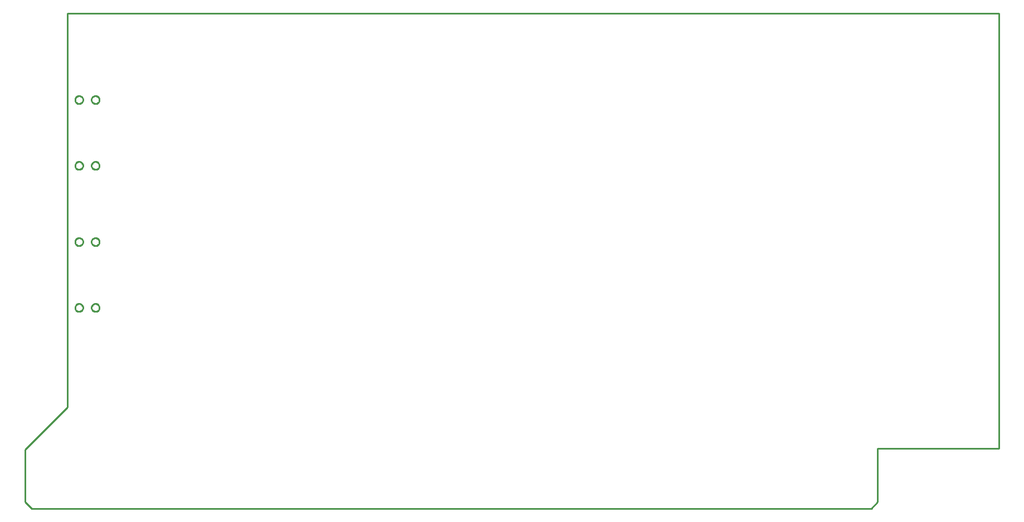
<source format=gko>
G04 EAGLE Gerber RS-274X export*
G75*
%MOMM*%
%FSLAX34Y34*%
%LPD*%
%INBoard Outline*%
%IPPOS*%
%AMOC8*
5,1,8,0,0,1.08239X$1,22.5*%
G01*
%ADD10C,0.000000*%
%ADD11C,0.254000*%


D10*
X17145Y0D02*
X1293495Y0D01*
X1303020Y10160D01*
X1303020Y91440D01*
X1487380Y91450D01*
X1487380Y753110D01*
X71323Y753110D01*
X71323Y154508D01*
X7620Y90170D01*
X7620Y10160D01*
X17145Y0D01*
X108300Y405600D02*
X108302Y405754D01*
X108308Y405909D01*
X108318Y406063D01*
X108332Y406217D01*
X108350Y406370D01*
X108371Y406523D01*
X108397Y406676D01*
X108427Y406827D01*
X108460Y406978D01*
X108498Y407128D01*
X108539Y407277D01*
X108584Y407425D01*
X108633Y407571D01*
X108686Y407717D01*
X108742Y407860D01*
X108802Y408003D01*
X108866Y408143D01*
X108933Y408283D01*
X109004Y408420D01*
X109078Y408555D01*
X109156Y408689D01*
X109237Y408820D01*
X109322Y408949D01*
X109410Y409077D01*
X109501Y409201D01*
X109595Y409324D01*
X109693Y409444D01*
X109793Y409561D01*
X109897Y409676D01*
X110003Y409788D01*
X110112Y409897D01*
X110224Y410003D01*
X110339Y410107D01*
X110456Y410207D01*
X110576Y410305D01*
X110699Y410399D01*
X110823Y410490D01*
X110951Y410578D01*
X111080Y410663D01*
X111211Y410744D01*
X111345Y410822D01*
X111480Y410896D01*
X111617Y410967D01*
X111757Y411034D01*
X111897Y411098D01*
X112040Y411158D01*
X112183Y411214D01*
X112329Y411267D01*
X112475Y411316D01*
X112623Y411361D01*
X112772Y411402D01*
X112922Y411440D01*
X113073Y411473D01*
X113224Y411503D01*
X113377Y411529D01*
X113530Y411550D01*
X113683Y411568D01*
X113837Y411582D01*
X113991Y411592D01*
X114146Y411598D01*
X114300Y411600D01*
X114454Y411598D01*
X114609Y411592D01*
X114763Y411582D01*
X114917Y411568D01*
X115070Y411550D01*
X115223Y411529D01*
X115376Y411503D01*
X115527Y411473D01*
X115678Y411440D01*
X115828Y411402D01*
X115977Y411361D01*
X116125Y411316D01*
X116271Y411267D01*
X116417Y411214D01*
X116560Y411158D01*
X116703Y411098D01*
X116843Y411034D01*
X116983Y410967D01*
X117120Y410896D01*
X117255Y410822D01*
X117389Y410744D01*
X117520Y410663D01*
X117649Y410578D01*
X117777Y410490D01*
X117901Y410399D01*
X118024Y410305D01*
X118144Y410207D01*
X118261Y410107D01*
X118376Y410003D01*
X118488Y409897D01*
X118597Y409788D01*
X118703Y409676D01*
X118807Y409561D01*
X118907Y409444D01*
X119005Y409324D01*
X119099Y409201D01*
X119190Y409077D01*
X119278Y408949D01*
X119363Y408820D01*
X119444Y408689D01*
X119522Y408555D01*
X119596Y408420D01*
X119667Y408283D01*
X119734Y408143D01*
X119798Y408003D01*
X119858Y407860D01*
X119914Y407717D01*
X119967Y407571D01*
X120016Y407425D01*
X120061Y407277D01*
X120102Y407128D01*
X120140Y406978D01*
X120173Y406827D01*
X120203Y406676D01*
X120229Y406523D01*
X120250Y406370D01*
X120268Y406217D01*
X120282Y406063D01*
X120292Y405909D01*
X120298Y405754D01*
X120300Y405600D01*
X120298Y405446D01*
X120292Y405291D01*
X120282Y405137D01*
X120268Y404983D01*
X120250Y404830D01*
X120229Y404677D01*
X120203Y404524D01*
X120173Y404373D01*
X120140Y404222D01*
X120102Y404072D01*
X120061Y403923D01*
X120016Y403775D01*
X119967Y403629D01*
X119914Y403483D01*
X119858Y403340D01*
X119798Y403197D01*
X119734Y403057D01*
X119667Y402917D01*
X119596Y402780D01*
X119522Y402645D01*
X119444Y402511D01*
X119363Y402380D01*
X119278Y402251D01*
X119190Y402123D01*
X119099Y401999D01*
X119005Y401876D01*
X118907Y401756D01*
X118807Y401639D01*
X118703Y401524D01*
X118597Y401412D01*
X118488Y401303D01*
X118376Y401197D01*
X118261Y401093D01*
X118144Y400993D01*
X118024Y400895D01*
X117901Y400801D01*
X117777Y400710D01*
X117649Y400622D01*
X117520Y400537D01*
X117389Y400456D01*
X117255Y400378D01*
X117120Y400304D01*
X116983Y400233D01*
X116843Y400166D01*
X116703Y400102D01*
X116560Y400042D01*
X116417Y399986D01*
X116271Y399933D01*
X116125Y399884D01*
X115977Y399839D01*
X115828Y399798D01*
X115678Y399760D01*
X115527Y399727D01*
X115376Y399697D01*
X115223Y399671D01*
X115070Y399650D01*
X114917Y399632D01*
X114763Y399618D01*
X114609Y399608D01*
X114454Y399602D01*
X114300Y399600D01*
X114146Y399602D01*
X113991Y399608D01*
X113837Y399618D01*
X113683Y399632D01*
X113530Y399650D01*
X113377Y399671D01*
X113224Y399697D01*
X113073Y399727D01*
X112922Y399760D01*
X112772Y399798D01*
X112623Y399839D01*
X112475Y399884D01*
X112329Y399933D01*
X112183Y399986D01*
X112040Y400042D01*
X111897Y400102D01*
X111757Y400166D01*
X111617Y400233D01*
X111480Y400304D01*
X111345Y400378D01*
X111211Y400456D01*
X111080Y400537D01*
X110951Y400622D01*
X110823Y400710D01*
X110699Y400801D01*
X110576Y400895D01*
X110456Y400993D01*
X110339Y401093D01*
X110224Y401197D01*
X110112Y401303D01*
X110003Y401412D01*
X109897Y401524D01*
X109793Y401639D01*
X109693Y401756D01*
X109595Y401876D01*
X109501Y401999D01*
X109410Y402123D01*
X109322Y402251D01*
X109237Y402380D01*
X109156Y402511D01*
X109078Y402645D01*
X109004Y402780D01*
X108933Y402917D01*
X108866Y403057D01*
X108802Y403197D01*
X108742Y403340D01*
X108686Y403483D01*
X108633Y403629D01*
X108584Y403775D01*
X108539Y403923D01*
X108498Y404072D01*
X108460Y404222D01*
X108427Y404373D01*
X108397Y404524D01*
X108371Y404677D01*
X108350Y404830D01*
X108332Y404983D01*
X108318Y405137D01*
X108308Y405291D01*
X108302Y405446D01*
X108300Y405600D01*
X83300Y405600D02*
X83302Y405754D01*
X83308Y405909D01*
X83318Y406063D01*
X83332Y406217D01*
X83350Y406370D01*
X83371Y406523D01*
X83397Y406676D01*
X83427Y406827D01*
X83460Y406978D01*
X83498Y407128D01*
X83539Y407277D01*
X83584Y407425D01*
X83633Y407571D01*
X83686Y407717D01*
X83742Y407860D01*
X83802Y408003D01*
X83866Y408143D01*
X83933Y408283D01*
X84004Y408420D01*
X84078Y408555D01*
X84156Y408689D01*
X84237Y408820D01*
X84322Y408949D01*
X84410Y409077D01*
X84501Y409201D01*
X84595Y409324D01*
X84693Y409444D01*
X84793Y409561D01*
X84897Y409676D01*
X85003Y409788D01*
X85112Y409897D01*
X85224Y410003D01*
X85339Y410107D01*
X85456Y410207D01*
X85576Y410305D01*
X85699Y410399D01*
X85823Y410490D01*
X85951Y410578D01*
X86080Y410663D01*
X86211Y410744D01*
X86345Y410822D01*
X86480Y410896D01*
X86617Y410967D01*
X86757Y411034D01*
X86897Y411098D01*
X87040Y411158D01*
X87183Y411214D01*
X87329Y411267D01*
X87475Y411316D01*
X87623Y411361D01*
X87772Y411402D01*
X87922Y411440D01*
X88073Y411473D01*
X88224Y411503D01*
X88377Y411529D01*
X88530Y411550D01*
X88683Y411568D01*
X88837Y411582D01*
X88991Y411592D01*
X89146Y411598D01*
X89300Y411600D01*
X89454Y411598D01*
X89609Y411592D01*
X89763Y411582D01*
X89917Y411568D01*
X90070Y411550D01*
X90223Y411529D01*
X90376Y411503D01*
X90527Y411473D01*
X90678Y411440D01*
X90828Y411402D01*
X90977Y411361D01*
X91125Y411316D01*
X91271Y411267D01*
X91417Y411214D01*
X91560Y411158D01*
X91703Y411098D01*
X91843Y411034D01*
X91983Y410967D01*
X92120Y410896D01*
X92255Y410822D01*
X92389Y410744D01*
X92520Y410663D01*
X92649Y410578D01*
X92777Y410490D01*
X92901Y410399D01*
X93024Y410305D01*
X93144Y410207D01*
X93261Y410107D01*
X93376Y410003D01*
X93488Y409897D01*
X93597Y409788D01*
X93703Y409676D01*
X93807Y409561D01*
X93907Y409444D01*
X94005Y409324D01*
X94099Y409201D01*
X94190Y409077D01*
X94278Y408949D01*
X94363Y408820D01*
X94444Y408689D01*
X94522Y408555D01*
X94596Y408420D01*
X94667Y408283D01*
X94734Y408143D01*
X94798Y408003D01*
X94858Y407860D01*
X94914Y407717D01*
X94967Y407571D01*
X95016Y407425D01*
X95061Y407277D01*
X95102Y407128D01*
X95140Y406978D01*
X95173Y406827D01*
X95203Y406676D01*
X95229Y406523D01*
X95250Y406370D01*
X95268Y406217D01*
X95282Y406063D01*
X95292Y405909D01*
X95298Y405754D01*
X95300Y405600D01*
X95298Y405446D01*
X95292Y405291D01*
X95282Y405137D01*
X95268Y404983D01*
X95250Y404830D01*
X95229Y404677D01*
X95203Y404524D01*
X95173Y404373D01*
X95140Y404222D01*
X95102Y404072D01*
X95061Y403923D01*
X95016Y403775D01*
X94967Y403629D01*
X94914Y403483D01*
X94858Y403340D01*
X94798Y403197D01*
X94734Y403057D01*
X94667Y402917D01*
X94596Y402780D01*
X94522Y402645D01*
X94444Y402511D01*
X94363Y402380D01*
X94278Y402251D01*
X94190Y402123D01*
X94099Y401999D01*
X94005Y401876D01*
X93907Y401756D01*
X93807Y401639D01*
X93703Y401524D01*
X93597Y401412D01*
X93488Y401303D01*
X93376Y401197D01*
X93261Y401093D01*
X93144Y400993D01*
X93024Y400895D01*
X92901Y400801D01*
X92777Y400710D01*
X92649Y400622D01*
X92520Y400537D01*
X92389Y400456D01*
X92255Y400378D01*
X92120Y400304D01*
X91983Y400233D01*
X91843Y400166D01*
X91703Y400102D01*
X91560Y400042D01*
X91417Y399986D01*
X91271Y399933D01*
X91125Y399884D01*
X90977Y399839D01*
X90828Y399798D01*
X90678Y399760D01*
X90527Y399727D01*
X90376Y399697D01*
X90223Y399671D01*
X90070Y399650D01*
X89917Y399632D01*
X89763Y399618D01*
X89609Y399608D01*
X89454Y399602D01*
X89300Y399600D01*
X89146Y399602D01*
X88991Y399608D01*
X88837Y399618D01*
X88683Y399632D01*
X88530Y399650D01*
X88377Y399671D01*
X88224Y399697D01*
X88073Y399727D01*
X87922Y399760D01*
X87772Y399798D01*
X87623Y399839D01*
X87475Y399884D01*
X87329Y399933D01*
X87183Y399986D01*
X87040Y400042D01*
X86897Y400102D01*
X86757Y400166D01*
X86617Y400233D01*
X86480Y400304D01*
X86345Y400378D01*
X86211Y400456D01*
X86080Y400537D01*
X85951Y400622D01*
X85823Y400710D01*
X85699Y400801D01*
X85576Y400895D01*
X85456Y400993D01*
X85339Y401093D01*
X85224Y401197D01*
X85112Y401303D01*
X85003Y401412D01*
X84897Y401524D01*
X84793Y401639D01*
X84693Y401756D01*
X84595Y401876D01*
X84501Y401999D01*
X84410Y402123D01*
X84322Y402251D01*
X84237Y402380D01*
X84156Y402511D01*
X84078Y402645D01*
X84004Y402780D01*
X83933Y402917D01*
X83866Y403057D01*
X83802Y403197D01*
X83742Y403340D01*
X83686Y403483D01*
X83633Y403629D01*
X83584Y403775D01*
X83539Y403923D01*
X83498Y404072D01*
X83460Y404222D01*
X83427Y404373D01*
X83397Y404524D01*
X83371Y404677D01*
X83350Y404830D01*
X83332Y404983D01*
X83318Y405137D01*
X83308Y405291D01*
X83302Y405446D01*
X83300Y405600D01*
X83300Y305600D02*
X83302Y305754D01*
X83308Y305909D01*
X83318Y306063D01*
X83332Y306217D01*
X83350Y306370D01*
X83371Y306523D01*
X83397Y306676D01*
X83427Y306827D01*
X83460Y306978D01*
X83498Y307128D01*
X83539Y307277D01*
X83584Y307425D01*
X83633Y307571D01*
X83686Y307717D01*
X83742Y307860D01*
X83802Y308003D01*
X83866Y308143D01*
X83933Y308283D01*
X84004Y308420D01*
X84078Y308555D01*
X84156Y308689D01*
X84237Y308820D01*
X84322Y308949D01*
X84410Y309077D01*
X84501Y309201D01*
X84595Y309324D01*
X84693Y309444D01*
X84793Y309561D01*
X84897Y309676D01*
X85003Y309788D01*
X85112Y309897D01*
X85224Y310003D01*
X85339Y310107D01*
X85456Y310207D01*
X85576Y310305D01*
X85699Y310399D01*
X85823Y310490D01*
X85951Y310578D01*
X86080Y310663D01*
X86211Y310744D01*
X86345Y310822D01*
X86480Y310896D01*
X86617Y310967D01*
X86757Y311034D01*
X86897Y311098D01*
X87040Y311158D01*
X87183Y311214D01*
X87329Y311267D01*
X87475Y311316D01*
X87623Y311361D01*
X87772Y311402D01*
X87922Y311440D01*
X88073Y311473D01*
X88224Y311503D01*
X88377Y311529D01*
X88530Y311550D01*
X88683Y311568D01*
X88837Y311582D01*
X88991Y311592D01*
X89146Y311598D01*
X89300Y311600D01*
X89454Y311598D01*
X89609Y311592D01*
X89763Y311582D01*
X89917Y311568D01*
X90070Y311550D01*
X90223Y311529D01*
X90376Y311503D01*
X90527Y311473D01*
X90678Y311440D01*
X90828Y311402D01*
X90977Y311361D01*
X91125Y311316D01*
X91271Y311267D01*
X91417Y311214D01*
X91560Y311158D01*
X91703Y311098D01*
X91843Y311034D01*
X91983Y310967D01*
X92120Y310896D01*
X92255Y310822D01*
X92389Y310744D01*
X92520Y310663D01*
X92649Y310578D01*
X92777Y310490D01*
X92901Y310399D01*
X93024Y310305D01*
X93144Y310207D01*
X93261Y310107D01*
X93376Y310003D01*
X93488Y309897D01*
X93597Y309788D01*
X93703Y309676D01*
X93807Y309561D01*
X93907Y309444D01*
X94005Y309324D01*
X94099Y309201D01*
X94190Y309077D01*
X94278Y308949D01*
X94363Y308820D01*
X94444Y308689D01*
X94522Y308555D01*
X94596Y308420D01*
X94667Y308283D01*
X94734Y308143D01*
X94798Y308003D01*
X94858Y307860D01*
X94914Y307717D01*
X94967Y307571D01*
X95016Y307425D01*
X95061Y307277D01*
X95102Y307128D01*
X95140Y306978D01*
X95173Y306827D01*
X95203Y306676D01*
X95229Y306523D01*
X95250Y306370D01*
X95268Y306217D01*
X95282Y306063D01*
X95292Y305909D01*
X95298Y305754D01*
X95300Y305600D01*
X95298Y305446D01*
X95292Y305291D01*
X95282Y305137D01*
X95268Y304983D01*
X95250Y304830D01*
X95229Y304677D01*
X95203Y304524D01*
X95173Y304373D01*
X95140Y304222D01*
X95102Y304072D01*
X95061Y303923D01*
X95016Y303775D01*
X94967Y303629D01*
X94914Y303483D01*
X94858Y303340D01*
X94798Y303197D01*
X94734Y303057D01*
X94667Y302917D01*
X94596Y302780D01*
X94522Y302645D01*
X94444Y302511D01*
X94363Y302380D01*
X94278Y302251D01*
X94190Y302123D01*
X94099Y301999D01*
X94005Y301876D01*
X93907Y301756D01*
X93807Y301639D01*
X93703Y301524D01*
X93597Y301412D01*
X93488Y301303D01*
X93376Y301197D01*
X93261Y301093D01*
X93144Y300993D01*
X93024Y300895D01*
X92901Y300801D01*
X92777Y300710D01*
X92649Y300622D01*
X92520Y300537D01*
X92389Y300456D01*
X92255Y300378D01*
X92120Y300304D01*
X91983Y300233D01*
X91843Y300166D01*
X91703Y300102D01*
X91560Y300042D01*
X91417Y299986D01*
X91271Y299933D01*
X91125Y299884D01*
X90977Y299839D01*
X90828Y299798D01*
X90678Y299760D01*
X90527Y299727D01*
X90376Y299697D01*
X90223Y299671D01*
X90070Y299650D01*
X89917Y299632D01*
X89763Y299618D01*
X89609Y299608D01*
X89454Y299602D01*
X89300Y299600D01*
X89146Y299602D01*
X88991Y299608D01*
X88837Y299618D01*
X88683Y299632D01*
X88530Y299650D01*
X88377Y299671D01*
X88224Y299697D01*
X88073Y299727D01*
X87922Y299760D01*
X87772Y299798D01*
X87623Y299839D01*
X87475Y299884D01*
X87329Y299933D01*
X87183Y299986D01*
X87040Y300042D01*
X86897Y300102D01*
X86757Y300166D01*
X86617Y300233D01*
X86480Y300304D01*
X86345Y300378D01*
X86211Y300456D01*
X86080Y300537D01*
X85951Y300622D01*
X85823Y300710D01*
X85699Y300801D01*
X85576Y300895D01*
X85456Y300993D01*
X85339Y301093D01*
X85224Y301197D01*
X85112Y301303D01*
X85003Y301412D01*
X84897Y301524D01*
X84793Y301639D01*
X84693Y301756D01*
X84595Y301876D01*
X84501Y301999D01*
X84410Y302123D01*
X84322Y302251D01*
X84237Y302380D01*
X84156Y302511D01*
X84078Y302645D01*
X84004Y302780D01*
X83933Y302917D01*
X83866Y303057D01*
X83802Y303197D01*
X83742Y303340D01*
X83686Y303483D01*
X83633Y303629D01*
X83584Y303775D01*
X83539Y303923D01*
X83498Y304072D01*
X83460Y304222D01*
X83427Y304373D01*
X83397Y304524D01*
X83371Y304677D01*
X83350Y304830D01*
X83332Y304983D01*
X83318Y305137D01*
X83308Y305291D01*
X83302Y305446D01*
X83300Y305600D01*
X108300Y305600D02*
X108302Y305754D01*
X108308Y305909D01*
X108318Y306063D01*
X108332Y306217D01*
X108350Y306370D01*
X108371Y306523D01*
X108397Y306676D01*
X108427Y306827D01*
X108460Y306978D01*
X108498Y307128D01*
X108539Y307277D01*
X108584Y307425D01*
X108633Y307571D01*
X108686Y307717D01*
X108742Y307860D01*
X108802Y308003D01*
X108866Y308143D01*
X108933Y308283D01*
X109004Y308420D01*
X109078Y308555D01*
X109156Y308689D01*
X109237Y308820D01*
X109322Y308949D01*
X109410Y309077D01*
X109501Y309201D01*
X109595Y309324D01*
X109693Y309444D01*
X109793Y309561D01*
X109897Y309676D01*
X110003Y309788D01*
X110112Y309897D01*
X110224Y310003D01*
X110339Y310107D01*
X110456Y310207D01*
X110576Y310305D01*
X110699Y310399D01*
X110823Y310490D01*
X110951Y310578D01*
X111080Y310663D01*
X111211Y310744D01*
X111345Y310822D01*
X111480Y310896D01*
X111617Y310967D01*
X111757Y311034D01*
X111897Y311098D01*
X112040Y311158D01*
X112183Y311214D01*
X112329Y311267D01*
X112475Y311316D01*
X112623Y311361D01*
X112772Y311402D01*
X112922Y311440D01*
X113073Y311473D01*
X113224Y311503D01*
X113377Y311529D01*
X113530Y311550D01*
X113683Y311568D01*
X113837Y311582D01*
X113991Y311592D01*
X114146Y311598D01*
X114300Y311600D01*
X114454Y311598D01*
X114609Y311592D01*
X114763Y311582D01*
X114917Y311568D01*
X115070Y311550D01*
X115223Y311529D01*
X115376Y311503D01*
X115527Y311473D01*
X115678Y311440D01*
X115828Y311402D01*
X115977Y311361D01*
X116125Y311316D01*
X116271Y311267D01*
X116417Y311214D01*
X116560Y311158D01*
X116703Y311098D01*
X116843Y311034D01*
X116983Y310967D01*
X117120Y310896D01*
X117255Y310822D01*
X117389Y310744D01*
X117520Y310663D01*
X117649Y310578D01*
X117777Y310490D01*
X117901Y310399D01*
X118024Y310305D01*
X118144Y310207D01*
X118261Y310107D01*
X118376Y310003D01*
X118488Y309897D01*
X118597Y309788D01*
X118703Y309676D01*
X118807Y309561D01*
X118907Y309444D01*
X119005Y309324D01*
X119099Y309201D01*
X119190Y309077D01*
X119278Y308949D01*
X119363Y308820D01*
X119444Y308689D01*
X119522Y308555D01*
X119596Y308420D01*
X119667Y308283D01*
X119734Y308143D01*
X119798Y308003D01*
X119858Y307860D01*
X119914Y307717D01*
X119967Y307571D01*
X120016Y307425D01*
X120061Y307277D01*
X120102Y307128D01*
X120140Y306978D01*
X120173Y306827D01*
X120203Y306676D01*
X120229Y306523D01*
X120250Y306370D01*
X120268Y306217D01*
X120282Y306063D01*
X120292Y305909D01*
X120298Y305754D01*
X120300Y305600D01*
X120298Y305446D01*
X120292Y305291D01*
X120282Y305137D01*
X120268Y304983D01*
X120250Y304830D01*
X120229Y304677D01*
X120203Y304524D01*
X120173Y304373D01*
X120140Y304222D01*
X120102Y304072D01*
X120061Y303923D01*
X120016Y303775D01*
X119967Y303629D01*
X119914Y303483D01*
X119858Y303340D01*
X119798Y303197D01*
X119734Y303057D01*
X119667Y302917D01*
X119596Y302780D01*
X119522Y302645D01*
X119444Y302511D01*
X119363Y302380D01*
X119278Y302251D01*
X119190Y302123D01*
X119099Y301999D01*
X119005Y301876D01*
X118907Y301756D01*
X118807Y301639D01*
X118703Y301524D01*
X118597Y301412D01*
X118488Y301303D01*
X118376Y301197D01*
X118261Y301093D01*
X118144Y300993D01*
X118024Y300895D01*
X117901Y300801D01*
X117777Y300710D01*
X117649Y300622D01*
X117520Y300537D01*
X117389Y300456D01*
X117255Y300378D01*
X117120Y300304D01*
X116983Y300233D01*
X116843Y300166D01*
X116703Y300102D01*
X116560Y300042D01*
X116417Y299986D01*
X116271Y299933D01*
X116125Y299884D01*
X115977Y299839D01*
X115828Y299798D01*
X115678Y299760D01*
X115527Y299727D01*
X115376Y299697D01*
X115223Y299671D01*
X115070Y299650D01*
X114917Y299632D01*
X114763Y299618D01*
X114609Y299608D01*
X114454Y299602D01*
X114300Y299600D01*
X114146Y299602D01*
X113991Y299608D01*
X113837Y299618D01*
X113683Y299632D01*
X113530Y299650D01*
X113377Y299671D01*
X113224Y299697D01*
X113073Y299727D01*
X112922Y299760D01*
X112772Y299798D01*
X112623Y299839D01*
X112475Y299884D01*
X112329Y299933D01*
X112183Y299986D01*
X112040Y300042D01*
X111897Y300102D01*
X111757Y300166D01*
X111617Y300233D01*
X111480Y300304D01*
X111345Y300378D01*
X111211Y300456D01*
X111080Y300537D01*
X110951Y300622D01*
X110823Y300710D01*
X110699Y300801D01*
X110576Y300895D01*
X110456Y300993D01*
X110339Y301093D01*
X110224Y301197D01*
X110112Y301303D01*
X110003Y301412D01*
X109897Y301524D01*
X109793Y301639D01*
X109693Y301756D01*
X109595Y301876D01*
X109501Y301999D01*
X109410Y302123D01*
X109322Y302251D01*
X109237Y302380D01*
X109156Y302511D01*
X109078Y302645D01*
X109004Y302780D01*
X108933Y302917D01*
X108866Y303057D01*
X108802Y303197D01*
X108742Y303340D01*
X108686Y303483D01*
X108633Y303629D01*
X108584Y303775D01*
X108539Y303923D01*
X108498Y304072D01*
X108460Y304222D01*
X108427Y304373D01*
X108397Y304524D01*
X108371Y304677D01*
X108350Y304830D01*
X108332Y304983D01*
X108318Y305137D01*
X108308Y305291D01*
X108302Y305446D01*
X108300Y305600D01*
X108300Y621500D02*
X108302Y621654D01*
X108308Y621809D01*
X108318Y621963D01*
X108332Y622117D01*
X108350Y622270D01*
X108371Y622423D01*
X108397Y622576D01*
X108427Y622727D01*
X108460Y622878D01*
X108498Y623028D01*
X108539Y623177D01*
X108584Y623325D01*
X108633Y623471D01*
X108686Y623617D01*
X108742Y623760D01*
X108802Y623903D01*
X108866Y624043D01*
X108933Y624183D01*
X109004Y624320D01*
X109078Y624455D01*
X109156Y624589D01*
X109237Y624720D01*
X109322Y624849D01*
X109410Y624977D01*
X109501Y625101D01*
X109595Y625224D01*
X109693Y625344D01*
X109793Y625461D01*
X109897Y625576D01*
X110003Y625688D01*
X110112Y625797D01*
X110224Y625903D01*
X110339Y626007D01*
X110456Y626107D01*
X110576Y626205D01*
X110699Y626299D01*
X110823Y626390D01*
X110951Y626478D01*
X111080Y626563D01*
X111211Y626644D01*
X111345Y626722D01*
X111480Y626796D01*
X111617Y626867D01*
X111757Y626934D01*
X111897Y626998D01*
X112040Y627058D01*
X112183Y627114D01*
X112329Y627167D01*
X112475Y627216D01*
X112623Y627261D01*
X112772Y627302D01*
X112922Y627340D01*
X113073Y627373D01*
X113224Y627403D01*
X113377Y627429D01*
X113530Y627450D01*
X113683Y627468D01*
X113837Y627482D01*
X113991Y627492D01*
X114146Y627498D01*
X114300Y627500D01*
X114454Y627498D01*
X114609Y627492D01*
X114763Y627482D01*
X114917Y627468D01*
X115070Y627450D01*
X115223Y627429D01*
X115376Y627403D01*
X115527Y627373D01*
X115678Y627340D01*
X115828Y627302D01*
X115977Y627261D01*
X116125Y627216D01*
X116271Y627167D01*
X116417Y627114D01*
X116560Y627058D01*
X116703Y626998D01*
X116843Y626934D01*
X116983Y626867D01*
X117120Y626796D01*
X117255Y626722D01*
X117389Y626644D01*
X117520Y626563D01*
X117649Y626478D01*
X117777Y626390D01*
X117901Y626299D01*
X118024Y626205D01*
X118144Y626107D01*
X118261Y626007D01*
X118376Y625903D01*
X118488Y625797D01*
X118597Y625688D01*
X118703Y625576D01*
X118807Y625461D01*
X118907Y625344D01*
X119005Y625224D01*
X119099Y625101D01*
X119190Y624977D01*
X119278Y624849D01*
X119363Y624720D01*
X119444Y624589D01*
X119522Y624455D01*
X119596Y624320D01*
X119667Y624183D01*
X119734Y624043D01*
X119798Y623903D01*
X119858Y623760D01*
X119914Y623617D01*
X119967Y623471D01*
X120016Y623325D01*
X120061Y623177D01*
X120102Y623028D01*
X120140Y622878D01*
X120173Y622727D01*
X120203Y622576D01*
X120229Y622423D01*
X120250Y622270D01*
X120268Y622117D01*
X120282Y621963D01*
X120292Y621809D01*
X120298Y621654D01*
X120300Y621500D01*
X120298Y621346D01*
X120292Y621191D01*
X120282Y621037D01*
X120268Y620883D01*
X120250Y620730D01*
X120229Y620577D01*
X120203Y620424D01*
X120173Y620273D01*
X120140Y620122D01*
X120102Y619972D01*
X120061Y619823D01*
X120016Y619675D01*
X119967Y619529D01*
X119914Y619383D01*
X119858Y619240D01*
X119798Y619097D01*
X119734Y618957D01*
X119667Y618817D01*
X119596Y618680D01*
X119522Y618545D01*
X119444Y618411D01*
X119363Y618280D01*
X119278Y618151D01*
X119190Y618023D01*
X119099Y617899D01*
X119005Y617776D01*
X118907Y617656D01*
X118807Y617539D01*
X118703Y617424D01*
X118597Y617312D01*
X118488Y617203D01*
X118376Y617097D01*
X118261Y616993D01*
X118144Y616893D01*
X118024Y616795D01*
X117901Y616701D01*
X117777Y616610D01*
X117649Y616522D01*
X117520Y616437D01*
X117389Y616356D01*
X117255Y616278D01*
X117120Y616204D01*
X116983Y616133D01*
X116843Y616066D01*
X116703Y616002D01*
X116560Y615942D01*
X116417Y615886D01*
X116271Y615833D01*
X116125Y615784D01*
X115977Y615739D01*
X115828Y615698D01*
X115678Y615660D01*
X115527Y615627D01*
X115376Y615597D01*
X115223Y615571D01*
X115070Y615550D01*
X114917Y615532D01*
X114763Y615518D01*
X114609Y615508D01*
X114454Y615502D01*
X114300Y615500D01*
X114146Y615502D01*
X113991Y615508D01*
X113837Y615518D01*
X113683Y615532D01*
X113530Y615550D01*
X113377Y615571D01*
X113224Y615597D01*
X113073Y615627D01*
X112922Y615660D01*
X112772Y615698D01*
X112623Y615739D01*
X112475Y615784D01*
X112329Y615833D01*
X112183Y615886D01*
X112040Y615942D01*
X111897Y616002D01*
X111757Y616066D01*
X111617Y616133D01*
X111480Y616204D01*
X111345Y616278D01*
X111211Y616356D01*
X111080Y616437D01*
X110951Y616522D01*
X110823Y616610D01*
X110699Y616701D01*
X110576Y616795D01*
X110456Y616893D01*
X110339Y616993D01*
X110224Y617097D01*
X110112Y617203D01*
X110003Y617312D01*
X109897Y617424D01*
X109793Y617539D01*
X109693Y617656D01*
X109595Y617776D01*
X109501Y617899D01*
X109410Y618023D01*
X109322Y618151D01*
X109237Y618280D01*
X109156Y618411D01*
X109078Y618545D01*
X109004Y618680D01*
X108933Y618817D01*
X108866Y618957D01*
X108802Y619097D01*
X108742Y619240D01*
X108686Y619383D01*
X108633Y619529D01*
X108584Y619675D01*
X108539Y619823D01*
X108498Y619972D01*
X108460Y620122D01*
X108427Y620273D01*
X108397Y620424D01*
X108371Y620577D01*
X108350Y620730D01*
X108332Y620883D01*
X108318Y621037D01*
X108308Y621191D01*
X108302Y621346D01*
X108300Y621500D01*
X83300Y621500D02*
X83302Y621654D01*
X83308Y621809D01*
X83318Y621963D01*
X83332Y622117D01*
X83350Y622270D01*
X83371Y622423D01*
X83397Y622576D01*
X83427Y622727D01*
X83460Y622878D01*
X83498Y623028D01*
X83539Y623177D01*
X83584Y623325D01*
X83633Y623471D01*
X83686Y623617D01*
X83742Y623760D01*
X83802Y623903D01*
X83866Y624043D01*
X83933Y624183D01*
X84004Y624320D01*
X84078Y624455D01*
X84156Y624589D01*
X84237Y624720D01*
X84322Y624849D01*
X84410Y624977D01*
X84501Y625101D01*
X84595Y625224D01*
X84693Y625344D01*
X84793Y625461D01*
X84897Y625576D01*
X85003Y625688D01*
X85112Y625797D01*
X85224Y625903D01*
X85339Y626007D01*
X85456Y626107D01*
X85576Y626205D01*
X85699Y626299D01*
X85823Y626390D01*
X85951Y626478D01*
X86080Y626563D01*
X86211Y626644D01*
X86345Y626722D01*
X86480Y626796D01*
X86617Y626867D01*
X86757Y626934D01*
X86897Y626998D01*
X87040Y627058D01*
X87183Y627114D01*
X87329Y627167D01*
X87475Y627216D01*
X87623Y627261D01*
X87772Y627302D01*
X87922Y627340D01*
X88073Y627373D01*
X88224Y627403D01*
X88377Y627429D01*
X88530Y627450D01*
X88683Y627468D01*
X88837Y627482D01*
X88991Y627492D01*
X89146Y627498D01*
X89300Y627500D01*
X89454Y627498D01*
X89609Y627492D01*
X89763Y627482D01*
X89917Y627468D01*
X90070Y627450D01*
X90223Y627429D01*
X90376Y627403D01*
X90527Y627373D01*
X90678Y627340D01*
X90828Y627302D01*
X90977Y627261D01*
X91125Y627216D01*
X91271Y627167D01*
X91417Y627114D01*
X91560Y627058D01*
X91703Y626998D01*
X91843Y626934D01*
X91983Y626867D01*
X92120Y626796D01*
X92255Y626722D01*
X92389Y626644D01*
X92520Y626563D01*
X92649Y626478D01*
X92777Y626390D01*
X92901Y626299D01*
X93024Y626205D01*
X93144Y626107D01*
X93261Y626007D01*
X93376Y625903D01*
X93488Y625797D01*
X93597Y625688D01*
X93703Y625576D01*
X93807Y625461D01*
X93907Y625344D01*
X94005Y625224D01*
X94099Y625101D01*
X94190Y624977D01*
X94278Y624849D01*
X94363Y624720D01*
X94444Y624589D01*
X94522Y624455D01*
X94596Y624320D01*
X94667Y624183D01*
X94734Y624043D01*
X94798Y623903D01*
X94858Y623760D01*
X94914Y623617D01*
X94967Y623471D01*
X95016Y623325D01*
X95061Y623177D01*
X95102Y623028D01*
X95140Y622878D01*
X95173Y622727D01*
X95203Y622576D01*
X95229Y622423D01*
X95250Y622270D01*
X95268Y622117D01*
X95282Y621963D01*
X95292Y621809D01*
X95298Y621654D01*
X95300Y621500D01*
X95298Y621346D01*
X95292Y621191D01*
X95282Y621037D01*
X95268Y620883D01*
X95250Y620730D01*
X95229Y620577D01*
X95203Y620424D01*
X95173Y620273D01*
X95140Y620122D01*
X95102Y619972D01*
X95061Y619823D01*
X95016Y619675D01*
X94967Y619529D01*
X94914Y619383D01*
X94858Y619240D01*
X94798Y619097D01*
X94734Y618957D01*
X94667Y618817D01*
X94596Y618680D01*
X94522Y618545D01*
X94444Y618411D01*
X94363Y618280D01*
X94278Y618151D01*
X94190Y618023D01*
X94099Y617899D01*
X94005Y617776D01*
X93907Y617656D01*
X93807Y617539D01*
X93703Y617424D01*
X93597Y617312D01*
X93488Y617203D01*
X93376Y617097D01*
X93261Y616993D01*
X93144Y616893D01*
X93024Y616795D01*
X92901Y616701D01*
X92777Y616610D01*
X92649Y616522D01*
X92520Y616437D01*
X92389Y616356D01*
X92255Y616278D01*
X92120Y616204D01*
X91983Y616133D01*
X91843Y616066D01*
X91703Y616002D01*
X91560Y615942D01*
X91417Y615886D01*
X91271Y615833D01*
X91125Y615784D01*
X90977Y615739D01*
X90828Y615698D01*
X90678Y615660D01*
X90527Y615627D01*
X90376Y615597D01*
X90223Y615571D01*
X90070Y615550D01*
X89917Y615532D01*
X89763Y615518D01*
X89609Y615508D01*
X89454Y615502D01*
X89300Y615500D01*
X89146Y615502D01*
X88991Y615508D01*
X88837Y615518D01*
X88683Y615532D01*
X88530Y615550D01*
X88377Y615571D01*
X88224Y615597D01*
X88073Y615627D01*
X87922Y615660D01*
X87772Y615698D01*
X87623Y615739D01*
X87475Y615784D01*
X87329Y615833D01*
X87183Y615886D01*
X87040Y615942D01*
X86897Y616002D01*
X86757Y616066D01*
X86617Y616133D01*
X86480Y616204D01*
X86345Y616278D01*
X86211Y616356D01*
X86080Y616437D01*
X85951Y616522D01*
X85823Y616610D01*
X85699Y616701D01*
X85576Y616795D01*
X85456Y616893D01*
X85339Y616993D01*
X85224Y617097D01*
X85112Y617203D01*
X85003Y617312D01*
X84897Y617424D01*
X84793Y617539D01*
X84693Y617656D01*
X84595Y617776D01*
X84501Y617899D01*
X84410Y618023D01*
X84322Y618151D01*
X84237Y618280D01*
X84156Y618411D01*
X84078Y618545D01*
X84004Y618680D01*
X83933Y618817D01*
X83866Y618957D01*
X83802Y619097D01*
X83742Y619240D01*
X83686Y619383D01*
X83633Y619529D01*
X83584Y619675D01*
X83539Y619823D01*
X83498Y619972D01*
X83460Y620122D01*
X83427Y620273D01*
X83397Y620424D01*
X83371Y620577D01*
X83350Y620730D01*
X83332Y620883D01*
X83318Y621037D01*
X83308Y621191D01*
X83302Y621346D01*
X83300Y621500D01*
X83300Y521500D02*
X83302Y521654D01*
X83308Y521809D01*
X83318Y521963D01*
X83332Y522117D01*
X83350Y522270D01*
X83371Y522423D01*
X83397Y522576D01*
X83427Y522727D01*
X83460Y522878D01*
X83498Y523028D01*
X83539Y523177D01*
X83584Y523325D01*
X83633Y523471D01*
X83686Y523617D01*
X83742Y523760D01*
X83802Y523903D01*
X83866Y524043D01*
X83933Y524183D01*
X84004Y524320D01*
X84078Y524455D01*
X84156Y524589D01*
X84237Y524720D01*
X84322Y524849D01*
X84410Y524977D01*
X84501Y525101D01*
X84595Y525224D01*
X84693Y525344D01*
X84793Y525461D01*
X84897Y525576D01*
X85003Y525688D01*
X85112Y525797D01*
X85224Y525903D01*
X85339Y526007D01*
X85456Y526107D01*
X85576Y526205D01*
X85699Y526299D01*
X85823Y526390D01*
X85951Y526478D01*
X86080Y526563D01*
X86211Y526644D01*
X86345Y526722D01*
X86480Y526796D01*
X86617Y526867D01*
X86757Y526934D01*
X86897Y526998D01*
X87040Y527058D01*
X87183Y527114D01*
X87329Y527167D01*
X87475Y527216D01*
X87623Y527261D01*
X87772Y527302D01*
X87922Y527340D01*
X88073Y527373D01*
X88224Y527403D01*
X88377Y527429D01*
X88530Y527450D01*
X88683Y527468D01*
X88837Y527482D01*
X88991Y527492D01*
X89146Y527498D01*
X89300Y527500D01*
X89454Y527498D01*
X89609Y527492D01*
X89763Y527482D01*
X89917Y527468D01*
X90070Y527450D01*
X90223Y527429D01*
X90376Y527403D01*
X90527Y527373D01*
X90678Y527340D01*
X90828Y527302D01*
X90977Y527261D01*
X91125Y527216D01*
X91271Y527167D01*
X91417Y527114D01*
X91560Y527058D01*
X91703Y526998D01*
X91843Y526934D01*
X91983Y526867D01*
X92120Y526796D01*
X92255Y526722D01*
X92389Y526644D01*
X92520Y526563D01*
X92649Y526478D01*
X92777Y526390D01*
X92901Y526299D01*
X93024Y526205D01*
X93144Y526107D01*
X93261Y526007D01*
X93376Y525903D01*
X93488Y525797D01*
X93597Y525688D01*
X93703Y525576D01*
X93807Y525461D01*
X93907Y525344D01*
X94005Y525224D01*
X94099Y525101D01*
X94190Y524977D01*
X94278Y524849D01*
X94363Y524720D01*
X94444Y524589D01*
X94522Y524455D01*
X94596Y524320D01*
X94667Y524183D01*
X94734Y524043D01*
X94798Y523903D01*
X94858Y523760D01*
X94914Y523617D01*
X94967Y523471D01*
X95016Y523325D01*
X95061Y523177D01*
X95102Y523028D01*
X95140Y522878D01*
X95173Y522727D01*
X95203Y522576D01*
X95229Y522423D01*
X95250Y522270D01*
X95268Y522117D01*
X95282Y521963D01*
X95292Y521809D01*
X95298Y521654D01*
X95300Y521500D01*
X95298Y521346D01*
X95292Y521191D01*
X95282Y521037D01*
X95268Y520883D01*
X95250Y520730D01*
X95229Y520577D01*
X95203Y520424D01*
X95173Y520273D01*
X95140Y520122D01*
X95102Y519972D01*
X95061Y519823D01*
X95016Y519675D01*
X94967Y519529D01*
X94914Y519383D01*
X94858Y519240D01*
X94798Y519097D01*
X94734Y518957D01*
X94667Y518817D01*
X94596Y518680D01*
X94522Y518545D01*
X94444Y518411D01*
X94363Y518280D01*
X94278Y518151D01*
X94190Y518023D01*
X94099Y517899D01*
X94005Y517776D01*
X93907Y517656D01*
X93807Y517539D01*
X93703Y517424D01*
X93597Y517312D01*
X93488Y517203D01*
X93376Y517097D01*
X93261Y516993D01*
X93144Y516893D01*
X93024Y516795D01*
X92901Y516701D01*
X92777Y516610D01*
X92649Y516522D01*
X92520Y516437D01*
X92389Y516356D01*
X92255Y516278D01*
X92120Y516204D01*
X91983Y516133D01*
X91843Y516066D01*
X91703Y516002D01*
X91560Y515942D01*
X91417Y515886D01*
X91271Y515833D01*
X91125Y515784D01*
X90977Y515739D01*
X90828Y515698D01*
X90678Y515660D01*
X90527Y515627D01*
X90376Y515597D01*
X90223Y515571D01*
X90070Y515550D01*
X89917Y515532D01*
X89763Y515518D01*
X89609Y515508D01*
X89454Y515502D01*
X89300Y515500D01*
X89146Y515502D01*
X88991Y515508D01*
X88837Y515518D01*
X88683Y515532D01*
X88530Y515550D01*
X88377Y515571D01*
X88224Y515597D01*
X88073Y515627D01*
X87922Y515660D01*
X87772Y515698D01*
X87623Y515739D01*
X87475Y515784D01*
X87329Y515833D01*
X87183Y515886D01*
X87040Y515942D01*
X86897Y516002D01*
X86757Y516066D01*
X86617Y516133D01*
X86480Y516204D01*
X86345Y516278D01*
X86211Y516356D01*
X86080Y516437D01*
X85951Y516522D01*
X85823Y516610D01*
X85699Y516701D01*
X85576Y516795D01*
X85456Y516893D01*
X85339Y516993D01*
X85224Y517097D01*
X85112Y517203D01*
X85003Y517312D01*
X84897Y517424D01*
X84793Y517539D01*
X84693Y517656D01*
X84595Y517776D01*
X84501Y517899D01*
X84410Y518023D01*
X84322Y518151D01*
X84237Y518280D01*
X84156Y518411D01*
X84078Y518545D01*
X84004Y518680D01*
X83933Y518817D01*
X83866Y518957D01*
X83802Y519097D01*
X83742Y519240D01*
X83686Y519383D01*
X83633Y519529D01*
X83584Y519675D01*
X83539Y519823D01*
X83498Y519972D01*
X83460Y520122D01*
X83427Y520273D01*
X83397Y520424D01*
X83371Y520577D01*
X83350Y520730D01*
X83332Y520883D01*
X83318Y521037D01*
X83308Y521191D01*
X83302Y521346D01*
X83300Y521500D01*
X108300Y521500D02*
X108302Y521654D01*
X108308Y521809D01*
X108318Y521963D01*
X108332Y522117D01*
X108350Y522270D01*
X108371Y522423D01*
X108397Y522576D01*
X108427Y522727D01*
X108460Y522878D01*
X108498Y523028D01*
X108539Y523177D01*
X108584Y523325D01*
X108633Y523471D01*
X108686Y523617D01*
X108742Y523760D01*
X108802Y523903D01*
X108866Y524043D01*
X108933Y524183D01*
X109004Y524320D01*
X109078Y524455D01*
X109156Y524589D01*
X109237Y524720D01*
X109322Y524849D01*
X109410Y524977D01*
X109501Y525101D01*
X109595Y525224D01*
X109693Y525344D01*
X109793Y525461D01*
X109897Y525576D01*
X110003Y525688D01*
X110112Y525797D01*
X110224Y525903D01*
X110339Y526007D01*
X110456Y526107D01*
X110576Y526205D01*
X110699Y526299D01*
X110823Y526390D01*
X110951Y526478D01*
X111080Y526563D01*
X111211Y526644D01*
X111345Y526722D01*
X111480Y526796D01*
X111617Y526867D01*
X111757Y526934D01*
X111897Y526998D01*
X112040Y527058D01*
X112183Y527114D01*
X112329Y527167D01*
X112475Y527216D01*
X112623Y527261D01*
X112772Y527302D01*
X112922Y527340D01*
X113073Y527373D01*
X113224Y527403D01*
X113377Y527429D01*
X113530Y527450D01*
X113683Y527468D01*
X113837Y527482D01*
X113991Y527492D01*
X114146Y527498D01*
X114300Y527500D01*
X114454Y527498D01*
X114609Y527492D01*
X114763Y527482D01*
X114917Y527468D01*
X115070Y527450D01*
X115223Y527429D01*
X115376Y527403D01*
X115527Y527373D01*
X115678Y527340D01*
X115828Y527302D01*
X115977Y527261D01*
X116125Y527216D01*
X116271Y527167D01*
X116417Y527114D01*
X116560Y527058D01*
X116703Y526998D01*
X116843Y526934D01*
X116983Y526867D01*
X117120Y526796D01*
X117255Y526722D01*
X117389Y526644D01*
X117520Y526563D01*
X117649Y526478D01*
X117777Y526390D01*
X117901Y526299D01*
X118024Y526205D01*
X118144Y526107D01*
X118261Y526007D01*
X118376Y525903D01*
X118488Y525797D01*
X118597Y525688D01*
X118703Y525576D01*
X118807Y525461D01*
X118907Y525344D01*
X119005Y525224D01*
X119099Y525101D01*
X119190Y524977D01*
X119278Y524849D01*
X119363Y524720D01*
X119444Y524589D01*
X119522Y524455D01*
X119596Y524320D01*
X119667Y524183D01*
X119734Y524043D01*
X119798Y523903D01*
X119858Y523760D01*
X119914Y523617D01*
X119967Y523471D01*
X120016Y523325D01*
X120061Y523177D01*
X120102Y523028D01*
X120140Y522878D01*
X120173Y522727D01*
X120203Y522576D01*
X120229Y522423D01*
X120250Y522270D01*
X120268Y522117D01*
X120282Y521963D01*
X120292Y521809D01*
X120298Y521654D01*
X120300Y521500D01*
X120298Y521346D01*
X120292Y521191D01*
X120282Y521037D01*
X120268Y520883D01*
X120250Y520730D01*
X120229Y520577D01*
X120203Y520424D01*
X120173Y520273D01*
X120140Y520122D01*
X120102Y519972D01*
X120061Y519823D01*
X120016Y519675D01*
X119967Y519529D01*
X119914Y519383D01*
X119858Y519240D01*
X119798Y519097D01*
X119734Y518957D01*
X119667Y518817D01*
X119596Y518680D01*
X119522Y518545D01*
X119444Y518411D01*
X119363Y518280D01*
X119278Y518151D01*
X119190Y518023D01*
X119099Y517899D01*
X119005Y517776D01*
X118907Y517656D01*
X118807Y517539D01*
X118703Y517424D01*
X118597Y517312D01*
X118488Y517203D01*
X118376Y517097D01*
X118261Y516993D01*
X118144Y516893D01*
X118024Y516795D01*
X117901Y516701D01*
X117777Y516610D01*
X117649Y516522D01*
X117520Y516437D01*
X117389Y516356D01*
X117255Y516278D01*
X117120Y516204D01*
X116983Y516133D01*
X116843Y516066D01*
X116703Y516002D01*
X116560Y515942D01*
X116417Y515886D01*
X116271Y515833D01*
X116125Y515784D01*
X115977Y515739D01*
X115828Y515698D01*
X115678Y515660D01*
X115527Y515627D01*
X115376Y515597D01*
X115223Y515571D01*
X115070Y515550D01*
X114917Y515532D01*
X114763Y515518D01*
X114609Y515508D01*
X114454Y515502D01*
X114300Y515500D01*
X114146Y515502D01*
X113991Y515508D01*
X113837Y515518D01*
X113683Y515532D01*
X113530Y515550D01*
X113377Y515571D01*
X113224Y515597D01*
X113073Y515627D01*
X112922Y515660D01*
X112772Y515698D01*
X112623Y515739D01*
X112475Y515784D01*
X112329Y515833D01*
X112183Y515886D01*
X112040Y515942D01*
X111897Y516002D01*
X111757Y516066D01*
X111617Y516133D01*
X111480Y516204D01*
X111345Y516278D01*
X111211Y516356D01*
X111080Y516437D01*
X110951Y516522D01*
X110823Y516610D01*
X110699Y516701D01*
X110576Y516795D01*
X110456Y516893D01*
X110339Y516993D01*
X110224Y517097D01*
X110112Y517203D01*
X110003Y517312D01*
X109897Y517424D01*
X109793Y517539D01*
X109693Y517656D01*
X109595Y517776D01*
X109501Y517899D01*
X109410Y518023D01*
X109322Y518151D01*
X109237Y518280D01*
X109156Y518411D01*
X109078Y518545D01*
X109004Y518680D01*
X108933Y518817D01*
X108866Y518957D01*
X108802Y519097D01*
X108742Y519240D01*
X108686Y519383D01*
X108633Y519529D01*
X108584Y519675D01*
X108539Y519823D01*
X108498Y519972D01*
X108460Y520122D01*
X108427Y520273D01*
X108397Y520424D01*
X108371Y520577D01*
X108350Y520730D01*
X108332Y520883D01*
X108318Y521037D01*
X108308Y521191D01*
X108302Y521346D01*
X108300Y521500D01*
D11*
X7620Y10160D02*
X17145Y0D01*
X1293495Y0D01*
X1303020Y10160D01*
X1303020Y91440D01*
X1487380Y91450D01*
X1487380Y753110D01*
X71323Y753110D01*
X71323Y154508D01*
X7620Y90170D01*
X7620Y10160D01*
X120300Y405263D02*
X120225Y404593D01*
X120075Y403936D01*
X119852Y403300D01*
X119560Y402693D01*
X119201Y402123D01*
X118781Y401596D01*
X118304Y401119D01*
X117778Y400699D01*
X117207Y400340D01*
X116600Y400048D01*
X115964Y399825D01*
X115307Y399675D01*
X114637Y399600D01*
X113963Y399600D01*
X113293Y399675D01*
X112636Y399825D01*
X112000Y400048D01*
X111393Y400340D01*
X110823Y400699D01*
X110296Y401119D01*
X109819Y401596D01*
X109399Y402123D01*
X109040Y402693D01*
X108748Y403300D01*
X108525Y403936D01*
X108375Y404593D01*
X108300Y405263D01*
X108300Y405937D01*
X108375Y406607D01*
X108525Y407264D01*
X108748Y407900D01*
X109040Y408507D01*
X109399Y409078D01*
X109819Y409604D01*
X110296Y410081D01*
X110823Y410501D01*
X111393Y410860D01*
X112000Y411152D01*
X112636Y411375D01*
X113293Y411525D01*
X113963Y411600D01*
X114637Y411600D01*
X115307Y411525D01*
X115964Y411375D01*
X116600Y411152D01*
X117207Y410860D01*
X117778Y410501D01*
X118304Y410081D01*
X118781Y409604D01*
X119201Y409078D01*
X119560Y408507D01*
X119852Y407900D01*
X120075Y407264D01*
X120225Y406607D01*
X120300Y405937D01*
X120300Y405263D01*
X95300Y405263D02*
X95225Y404593D01*
X95075Y403936D01*
X94852Y403300D01*
X94560Y402693D01*
X94201Y402123D01*
X93781Y401596D01*
X93304Y401119D01*
X92778Y400699D01*
X92207Y400340D01*
X91600Y400048D01*
X90964Y399825D01*
X90307Y399675D01*
X89637Y399600D01*
X88963Y399600D01*
X88293Y399675D01*
X87636Y399825D01*
X87000Y400048D01*
X86393Y400340D01*
X85823Y400699D01*
X85296Y401119D01*
X84819Y401596D01*
X84399Y402123D01*
X84040Y402693D01*
X83748Y403300D01*
X83525Y403936D01*
X83375Y404593D01*
X83300Y405263D01*
X83300Y405937D01*
X83375Y406607D01*
X83525Y407264D01*
X83748Y407900D01*
X84040Y408507D01*
X84399Y409078D01*
X84819Y409604D01*
X85296Y410081D01*
X85823Y410501D01*
X86393Y410860D01*
X87000Y411152D01*
X87636Y411375D01*
X88293Y411525D01*
X88963Y411600D01*
X89637Y411600D01*
X90307Y411525D01*
X90964Y411375D01*
X91600Y411152D01*
X92207Y410860D01*
X92778Y410501D01*
X93304Y410081D01*
X93781Y409604D01*
X94201Y409078D01*
X94560Y408507D01*
X94852Y407900D01*
X95075Y407264D01*
X95225Y406607D01*
X95300Y405937D01*
X95300Y405263D01*
X95300Y305263D02*
X95225Y304593D01*
X95075Y303936D01*
X94852Y303300D01*
X94560Y302693D01*
X94201Y302123D01*
X93781Y301596D01*
X93304Y301119D01*
X92778Y300699D01*
X92207Y300340D01*
X91600Y300048D01*
X90964Y299825D01*
X90307Y299675D01*
X89637Y299600D01*
X88963Y299600D01*
X88293Y299675D01*
X87636Y299825D01*
X87000Y300048D01*
X86393Y300340D01*
X85823Y300699D01*
X85296Y301119D01*
X84819Y301596D01*
X84399Y302123D01*
X84040Y302693D01*
X83748Y303300D01*
X83525Y303936D01*
X83375Y304593D01*
X83300Y305263D01*
X83300Y305937D01*
X83375Y306607D01*
X83525Y307264D01*
X83748Y307900D01*
X84040Y308507D01*
X84399Y309078D01*
X84819Y309604D01*
X85296Y310081D01*
X85823Y310501D01*
X86393Y310860D01*
X87000Y311152D01*
X87636Y311375D01*
X88293Y311525D01*
X88963Y311600D01*
X89637Y311600D01*
X90307Y311525D01*
X90964Y311375D01*
X91600Y311152D01*
X92207Y310860D01*
X92778Y310501D01*
X93304Y310081D01*
X93781Y309604D01*
X94201Y309078D01*
X94560Y308507D01*
X94852Y307900D01*
X95075Y307264D01*
X95225Y306607D01*
X95300Y305937D01*
X95300Y305263D01*
X120300Y305263D02*
X120225Y304593D01*
X120075Y303936D01*
X119852Y303300D01*
X119560Y302693D01*
X119201Y302123D01*
X118781Y301596D01*
X118304Y301119D01*
X117778Y300699D01*
X117207Y300340D01*
X116600Y300048D01*
X115964Y299825D01*
X115307Y299675D01*
X114637Y299600D01*
X113963Y299600D01*
X113293Y299675D01*
X112636Y299825D01*
X112000Y300048D01*
X111393Y300340D01*
X110823Y300699D01*
X110296Y301119D01*
X109819Y301596D01*
X109399Y302123D01*
X109040Y302693D01*
X108748Y303300D01*
X108525Y303936D01*
X108375Y304593D01*
X108300Y305263D01*
X108300Y305937D01*
X108375Y306607D01*
X108525Y307264D01*
X108748Y307900D01*
X109040Y308507D01*
X109399Y309078D01*
X109819Y309604D01*
X110296Y310081D01*
X110823Y310501D01*
X111393Y310860D01*
X112000Y311152D01*
X112636Y311375D01*
X113293Y311525D01*
X113963Y311600D01*
X114637Y311600D01*
X115307Y311525D01*
X115964Y311375D01*
X116600Y311152D01*
X117207Y310860D01*
X117778Y310501D01*
X118304Y310081D01*
X118781Y309604D01*
X119201Y309078D01*
X119560Y308507D01*
X119852Y307900D01*
X120075Y307264D01*
X120225Y306607D01*
X120300Y305937D01*
X120300Y305263D01*
X120300Y621163D02*
X120225Y620493D01*
X120075Y619836D01*
X119852Y619200D01*
X119560Y618593D01*
X119201Y618023D01*
X118781Y617496D01*
X118304Y617019D01*
X117778Y616599D01*
X117207Y616240D01*
X116600Y615948D01*
X115964Y615725D01*
X115307Y615575D01*
X114637Y615500D01*
X113963Y615500D01*
X113293Y615575D01*
X112636Y615725D01*
X112000Y615948D01*
X111393Y616240D01*
X110823Y616599D01*
X110296Y617019D01*
X109819Y617496D01*
X109399Y618023D01*
X109040Y618593D01*
X108748Y619200D01*
X108525Y619836D01*
X108375Y620493D01*
X108300Y621163D01*
X108300Y621837D01*
X108375Y622507D01*
X108525Y623164D01*
X108748Y623800D01*
X109040Y624407D01*
X109399Y624978D01*
X109819Y625504D01*
X110296Y625981D01*
X110823Y626401D01*
X111393Y626760D01*
X112000Y627052D01*
X112636Y627275D01*
X113293Y627425D01*
X113963Y627500D01*
X114637Y627500D01*
X115307Y627425D01*
X115964Y627275D01*
X116600Y627052D01*
X117207Y626760D01*
X117778Y626401D01*
X118304Y625981D01*
X118781Y625504D01*
X119201Y624978D01*
X119560Y624407D01*
X119852Y623800D01*
X120075Y623164D01*
X120225Y622507D01*
X120300Y621837D01*
X120300Y621163D01*
X95300Y621163D02*
X95225Y620493D01*
X95075Y619836D01*
X94852Y619200D01*
X94560Y618593D01*
X94201Y618023D01*
X93781Y617496D01*
X93304Y617019D01*
X92778Y616599D01*
X92207Y616240D01*
X91600Y615948D01*
X90964Y615725D01*
X90307Y615575D01*
X89637Y615500D01*
X88963Y615500D01*
X88293Y615575D01*
X87636Y615725D01*
X87000Y615948D01*
X86393Y616240D01*
X85823Y616599D01*
X85296Y617019D01*
X84819Y617496D01*
X84399Y618023D01*
X84040Y618593D01*
X83748Y619200D01*
X83525Y619836D01*
X83375Y620493D01*
X83300Y621163D01*
X83300Y621837D01*
X83375Y622507D01*
X83525Y623164D01*
X83748Y623800D01*
X84040Y624407D01*
X84399Y624978D01*
X84819Y625504D01*
X85296Y625981D01*
X85823Y626401D01*
X86393Y626760D01*
X87000Y627052D01*
X87636Y627275D01*
X88293Y627425D01*
X88963Y627500D01*
X89637Y627500D01*
X90307Y627425D01*
X90964Y627275D01*
X91600Y627052D01*
X92207Y626760D01*
X92778Y626401D01*
X93304Y625981D01*
X93781Y625504D01*
X94201Y624978D01*
X94560Y624407D01*
X94852Y623800D01*
X95075Y623164D01*
X95225Y622507D01*
X95300Y621837D01*
X95300Y621163D01*
X95300Y521163D02*
X95225Y520493D01*
X95075Y519836D01*
X94852Y519200D01*
X94560Y518593D01*
X94201Y518023D01*
X93781Y517496D01*
X93304Y517019D01*
X92778Y516599D01*
X92207Y516240D01*
X91600Y515948D01*
X90964Y515725D01*
X90307Y515575D01*
X89637Y515500D01*
X88963Y515500D01*
X88293Y515575D01*
X87636Y515725D01*
X87000Y515948D01*
X86393Y516240D01*
X85823Y516599D01*
X85296Y517019D01*
X84819Y517496D01*
X84399Y518023D01*
X84040Y518593D01*
X83748Y519200D01*
X83525Y519836D01*
X83375Y520493D01*
X83300Y521163D01*
X83300Y521837D01*
X83375Y522507D01*
X83525Y523164D01*
X83748Y523800D01*
X84040Y524407D01*
X84399Y524978D01*
X84819Y525504D01*
X85296Y525981D01*
X85823Y526401D01*
X86393Y526760D01*
X87000Y527052D01*
X87636Y527275D01*
X88293Y527425D01*
X88963Y527500D01*
X89637Y527500D01*
X90307Y527425D01*
X90964Y527275D01*
X91600Y527052D01*
X92207Y526760D01*
X92778Y526401D01*
X93304Y525981D01*
X93781Y525504D01*
X94201Y524978D01*
X94560Y524407D01*
X94852Y523800D01*
X95075Y523164D01*
X95225Y522507D01*
X95300Y521837D01*
X95300Y521163D01*
X120300Y521163D02*
X120225Y520493D01*
X120075Y519836D01*
X119852Y519200D01*
X119560Y518593D01*
X119201Y518023D01*
X118781Y517496D01*
X118304Y517019D01*
X117778Y516599D01*
X117207Y516240D01*
X116600Y515948D01*
X115964Y515725D01*
X115307Y515575D01*
X114637Y515500D01*
X113963Y515500D01*
X113293Y515575D01*
X112636Y515725D01*
X112000Y515948D01*
X111393Y516240D01*
X110823Y516599D01*
X110296Y517019D01*
X109819Y517496D01*
X109399Y518023D01*
X109040Y518593D01*
X108748Y519200D01*
X108525Y519836D01*
X108375Y520493D01*
X108300Y521163D01*
X108300Y521837D01*
X108375Y522507D01*
X108525Y523164D01*
X108748Y523800D01*
X109040Y524407D01*
X109399Y524978D01*
X109819Y525504D01*
X110296Y525981D01*
X110823Y526401D01*
X111393Y526760D01*
X112000Y527052D01*
X112636Y527275D01*
X113293Y527425D01*
X113963Y527500D01*
X114637Y527500D01*
X115307Y527425D01*
X115964Y527275D01*
X116600Y527052D01*
X117207Y526760D01*
X117778Y526401D01*
X118304Y525981D01*
X118781Y525504D01*
X119201Y524978D01*
X119560Y524407D01*
X119852Y523800D01*
X120075Y523164D01*
X120225Y522507D01*
X120300Y521837D01*
X120300Y521163D01*
M02*

</source>
